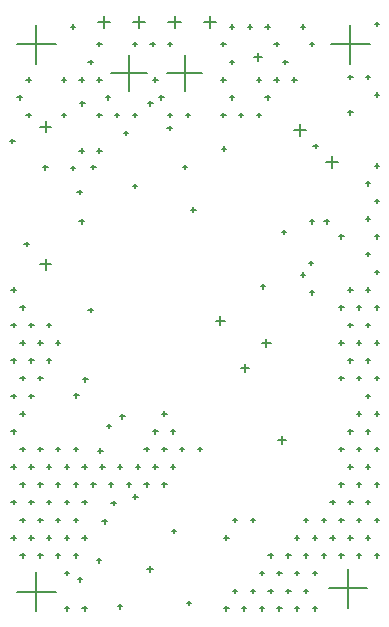
<source format=gbr>
%TF.GenerationSoftware,Altium Limited,Altium Designer,18.1.9 (240)*%
G04 Layer_Color=128*
%FSLAX26Y26*%
%MOIN*%
%TF.FileFunction,Drillmap*%
%TF.Part,Single*%
G01*
G75*
%TA.AperFunction,NonConductor*%
%ADD105C,0.005000*%
D105*
X549667Y1852882D02*
X667777D01*
X608722Y1793827D02*
Y1911937D01*
X362659Y1852882D02*
X484706D01*
X423683Y1791858D02*
Y1913906D01*
X673289Y2022961D02*
X713446D01*
X693367Y2002882D02*
Y2043039D01*
X555179Y2022961D02*
X595336D01*
X575257Y2002882D02*
Y2043039D01*
X437068Y2022961D02*
X477226D01*
X457147Y2002882D02*
Y2043039D01*
X318958Y2022961D02*
X359115D01*
X339037Y2002882D02*
Y2043039D01*
X127864Y1674213D02*
X163297D01*
X145581Y1656496D02*
Y1691929D01*
X127864Y1215551D02*
X163297D01*
X145581Y1197835D02*
Y1233268D01*
X1096457Y1948819D02*
X1226378D01*
X1161417Y1883858D02*
Y2013780D01*
X49213Y1948819D02*
X179134D01*
X114173Y1883858D02*
Y2013780D01*
X1088583Y136134D02*
X1218504D01*
X1153543Y71174D02*
Y201095D01*
X49213Y123478D02*
X179134D01*
X114173Y58517D02*
Y188438D01*
X973569Y1663269D02*
X1012939D01*
X993254Y1643584D02*
Y1682954D01*
X1079635Y1557203D02*
X1119005D01*
X1099320Y1537518D02*
Y1576888D01*
X394339Y708661D02*
X409339D01*
X401839Y701161D02*
Y716161D01*
X386201Y74803D02*
X401201D01*
X393701Y67303D02*
Y82303D01*
X1242500Y2016811D02*
X1257500D01*
X1250000Y2009311D02*
Y2024311D01*
X1212972Y1839645D02*
X1227972D01*
X1220472Y1832145D02*
Y1847145D01*
X1242500Y1780590D02*
X1257500D01*
X1250000Y1773090D02*
Y1788090D01*
X1242500Y1544370D02*
X1257500D01*
X1250000Y1536870D02*
Y1551870D01*
X1212972Y1485315D02*
X1227972D01*
X1220472Y1477815D02*
Y1492815D01*
X1242500Y1426259D02*
X1257500D01*
X1250000Y1418759D02*
Y1433759D01*
X1212972Y1367204D02*
X1227972D01*
X1220472Y1359704D02*
Y1374704D01*
X1242500Y1308149D02*
X1257500D01*
X1250000Y1300649D02*
Y1315649D01*
X1212972Y1249094D02*
X1227972D01*
X1220472Y1241594D02*
Y1256594D01*
X1242500Y1190039D02*
X1257500D01*
X1250000Y1182539D02*
Y1197539D01*
X1212972Y1130984D02*
X1227972D01*
X1220472Y1123484D02*
Y1138484D01*
X1242500Y1071929D02*
X1257500D01*
X1250000Y1064429D02*
Y1079429D01*
X1212972Y1012874D02*
X1227972D01*
X1220472Y1005374D02*
Y1020374D01*
X1242500Y953819D02*
X1257500D01*
X1250000Y946319D02*
Y961319D01*
X1212972Y894764D02*
X1227972D01*
X1220472Y887264D02*
Y902264D01*
X1242500Y835708D02*
X1257500D01*
X1250000Y828208D02*
Y843208D01*
X1212972Y776653D02*
X1227972D01*
X1220472Y769153D02*
Y784153D01*
X1242500Y717598D02*
X1257500D01*
X1250000Y710098D02*
Y725098D01*
X1212972Y658543D02*
X1227972D01*
X1220472Y651043D02*
Y666043D01*
X1242500Y599488D02*
X1257500D01*
X1250000Y591988D02*
Y606988D01*
X1212972Y540433D02*
X1227972D01*
X1220472Y532933D02*
Y547933D01*
X1242500Y481378D02*
X1257500D01*
X1250000Y473878D02*
Y488878D01*
X1212972Y422323D02*
X1227972D01*
X1220472Y414823D02*
Y429823D01*
X1242500Y363268D02*
X1257500D01*
X1250000Y355768D02*
Y370768D01*
X1212972Y304213D02*
X1227972D01*
X1220472Y296713D02*
Y311713D01*
X1242500Y245157D02*
X1257500D01*
X1250000Y237657D02*
Y252657D01*
X1153917Y1839645D02*
X1168917D01*
X1161417Y1832145D02*
Y1847145D01*
X1153917Y1721535D02*
X1168917D01*
X1161417Y1714035D02*
Y1729035D01*
X1153917Y1130984D02*
X1168917D01*
X1161417Y1123484D02*
Y1138484D01*
X1183445Y1071929D02*
X1198445D01*
X1190945Y1064429D02*
Y1079429D01*
X1153917Y1012874D02*
X1168917D01*
X1161417Y1005374D02*
Y1020374D01*
X1183445Y953819D02*
X1198445D01*
X1190945Y946319D02*
Y961319D01*
X1153917Y894764D02*
X1168917D01*
X1161417Y887264D02*
Y902264D01*
X1183445Y835708D02*
X1198445D01*
X1190945Y828208D02*
Y843208D01*
X1183445Y717598D02*
X1198445D01*
X1190945Y710098D02*
Y725098D01*
X1153917Y658543D02*
X1168917D01*
X1161417Y651043D02*
Y666043D01*
X1183445Y599488D02*
X1198445D01*
X1190945Y591988D02*
Y606988D01*
X1153917Y540433D02*
X1168917D01*
X1161417Y532933D02*
Y547933D01*
X1183445Y481378D02*
X1198445D01*
X1190945Y473878D02*
Y488878D01*
X1153917Y422323D02*
X1168917D01*
X1161417Y414823D02*
Y429823D01*
X1183445Y363268D02*
X1198445D01*
X1190945Y355768D02*
Y370768D01*
X1153917Y304213D02*
X1168917D01*
X1161417Y296713D02*
Y311713D01*
X1183445Y245157D02*
X1198445D01*
X1190945Y237657D02*
Y252657D01*
X1124389Y1308149D02*
X1139389D01*
X1131889Y1300649D02*
Y1315649D01*
X1124389Y1071929D02*
X1139389D01*
X1131889Y1064429D02*
Y1079429D01*
X1124389Y953819D02*
X1139389D01*
X1131889Y946319D02*
Y961319D01*
X1124389Y835708D02*
X1139389D01*
X1131889Y828208D02*
Y843208D01*
X1124389Y599488D02*
X1139389D01*
X1131889Y591988D02*
Y606988D01*
X1124389Y481378D02*
X1139389D01*
X1131889Y473878D02*
Y488878D01*
X1094862Y422323D02*
X1109862D01*
X1102362Y414823D02*
Y429823D01*
X1124389Y363268D02*
X1139389D01*
X1131889Y355768D02*
Y370768D01*
X1094862Y304213D02*
X1109862D01*
X1102362Y296713D02*
Y311713D01*
X1124389Y245157D02*
X1139389D01*
X1131889Y237657D02*
Y252657D01*
X1065334Y363268D02*
X1080334D01*
X1072834Y355768D02*
Y370768D01*
X1035807Y304213D02*
X1050807D01*
X1043307Y296713D02*
Y311713D01*
X1065334Y245157D02*
X1080334D01*
X1072834Y237657D02*
Y252657D01*
X1035807Y186102D02*
X1050807D01*
X1043307Y178602D02*
Y193602D01*
X1035807Y67992D02*
X1050807D01*
X1043307Y60492D02*
Y75492D01*
X1006279Y363268D02*
X1021279D01*
X1013779Y355768D02*
Y370768D01*
X976752Y304213D02*
X991752D01*
X984252Y296713D02*
Y311713D01*
X1006279Y245157D02*
X1021279D01*
X1013779Y237657D02*
Y252657D01*
X976752Y186102D02*
X991752D01*
X984252Y178602D02*
Y193602D01*
X1006279Y127047D02*
X1021279D01*
X1013779Y119547D02*
Y134547D01*
X976752Y67992D02*
X991752D01*
X984252Y60492D02*
Y75492D01*
X947224Y245157D02*
X962224D01*
X954724Y237657D02*
Y252657D01*
X917697Y186102D02*
X932697D01*
X925197Y178602D02*
Y193602D01*
X947224Y127047D02*
X962224D01*
X954724Y119547D02*
Y134547D01*
X917697Y67992D02*
X932697D01*
X925197Y60492D02*
Y75492D01*
X888169Y245157D02*
X903169D01*
X895669Y237657D02*
Y252657D01*
X858641Y186102D02*
X873641D01*
X866141Y178602D02*
Y193602D01*
X888169Y127047D02*
X903169D01*
X895669Y119547D02*
Y134547D01*
X858641Y67992D02*
X873641D01*
X866141Y60492D02*
Y75492D01*
X829114Y363268D02*
X844114D01*
X836614Y355768D02*
Y370768D01*
X829114Y127047D02*
X844114D01*
X836614Y119547D02*
Y134547D01*
X799586Y67992D02*
X814586D01*
X807086Y60492D02*
Y75492D01*
X770059Y363268D02*
X785059D01*
X777559Y355768D02*
Y370768D01*
X740531Y304213D02*
X755531D01*
X748031Y296713D02*
Y311713D01*
X770059Y127047D02*
X785059D01*
X777559Y119547D02*
Y134547D01*
X740531Y67992D02*
X755531D01*
X748031Y60492D02*
Y75492D01*
X651949Y599488D02*
X666949D01*
X659449Y591988D02*
Y606988D01*
X563366Y658543D02*
X578366D01*
X570866Y651043D02*
Y666043D01*
X592894Y599488D02*
X607894D01*
X600394Y591988D02*
Y606988D01*
X563366Y540433D02*
X578366D01*
X570866Y532933D02*
Y547933D01*
X533838Y717598D02*
X548838D01*
X541338Y710098D02*
Y725098D01*
X504311Y658543D02*
X519311D01*
X511811Y651043D02*
Y666043D01*
X533838Y599488D02*
X548838D01*
X541338Y591988D02*
Y606988D01*
X504311Y540433D02*
X519311D01*
X511811Y532933D02*
Y547933D01*
X533838Y481378D02*
X548838D01*
X541338Y473878D02*
Y488878D01*
X474783Y599488D02*
X489783D01*
X482283Y591988D02*
Y606988D01*
X445256Y540433D02*
X460256D01*
X452756Y532933D02*
Y547933D01*
X474783Y481378D02*
X489783D01*
X482283Y473878D02*
Y488878D01*
X386201Y540433D02*
X401201D01*
X393701Y532933D02*
Y547933D01*
X415728Y481378D02*
X430728D01*
X423228Y473878D02*
Y488878D01*
X327146Y540433D02*
X342146D01*
X334646Y532933D02*
Y547933D01*
X356673Y481378D02*
X371673D01*
X364173Y473878D02*
Y488878D01*
X268091Y540433D02*
X283091D01*
X275591Y532933D02*
Y547933D01*
X297618Y481378D02*
X312618D01*
X305118Y473878D02*
Y488878D01*
X268091Y422323D02*
X283091D01*
X275591Y414823D02*
Y429823D01*
X268091Y304213D02*
X283091D01*
X275591Y296713D02*
Y311713D01*
X268091Y67992D02*
X283091D01*
X275591Y60492D02*
Y75492D01*
X238563Y599488D02*
X253563D01*
X246063Y591988D02*
Y606988D01*
X209035Y540433D02*
X224035D01*
X216535Y532933D02*
Y547933D01*
X238563Y481378D02*
X253563D01*
X246063Y473878D02*
Y488878D01*
X209035Y422323D02*
X224035D01*
X216535Y414823D02*
Y429823D01*
X238563Y363268D02*
X253563D01*
X246063Y355768D02*
Y370768D01*
X209035Y304213D02*
X224035D01*
X216535Y296713D02*
Y311713D01*
X238563Y245157D02*
X253563D01*
X246063Y237657D02*
Y252657D01*
X209035Y186102D02*
X224035D01*
X216535Y178602D02*
Y193602D01*
X209035Y67992D02*
X224035D01*
X216535Y60492D02*
Y75492D01*
X149980Y1012874D02*
X164980D01*
X157480Y1005374D02*
Y1020374D01*
X179508Y953819D02*
X194508D01*
X187008Y946319D02*
Y961319D01*
X149980Y894764D02*
X164980D01*
X157480Y887264D02*
Y902264D01*
X179508Y599488D02*
X194508D01*
X187008Y591988D02*
Y606988D01*
X149980Y540433D02*
X164980D01*
X157480Y532933D02*
Y547933D01*
X179508Y481378D02*
X194508D01*
X187008Y473878D02*
Y488878D01*
X149980Y422323D02*
X164980D01*
X157480Y414823D02*
Y429823D01*
X179508Y363268D02*
X194508D01*
X187008Y355768D02*
Y370768D01*
X149980Y304213D02*
X164980D01*
X157480Y296713D02*
Y311713D01*
X179508Y245157D02*
X194508D01*
X187008Y237657D02*
Y252657D01*
X90925Y1012874D02*
X105925D01*
X98425Y1005374D02*
Y1020374D01*
X120453Y953819D02*
X135453D01*
X127953Y946319D02*
Y961319D01*
X90925Y894764D02*
X105925D01*
X98425Y887264D02*
Y902264D01*
X120453Y835708D02*
X135453D01*
X127953Y828208D02*
Y843208D01*
X90925Y776653D02*
X105925D01*
X98425Y769153D02*
Y784153D01*
X120453Y599488D02*
X135453D01*
X127953Y591988D02*
Y606988D01*
X90925Y540433D02*
X105925D01*
X98425Y532933D02*
Y547933D01*
X120453Y481378D02*
X135453D01*
X127953Y473878D02*
Y488878D01*
X90925Y422323D02*
X105925D01*
X98425Y414823D02*
Y429823D01*
X120453Y363268D02*
X135453D01*
X127953Y355768D02*
Y370768D01*
X90925Y304213D02*
X105925D01*
X98425Y296713D02*
Y311713D01*
X120453Y245157D02*
X135453D01*
X127953Y237657D02*
Y252657D01*
X31870Y1130984D02*
X46870D01*
X39370Y1123484D02*
Y1138484D01*
X61398Y1071929D02*
X76398D01*
X68898Y1064429D02*
Y1079429D01*
X31870Y1012874D02*
X46870D01*
X39370Y1005374D02*
Y1020374D01*
X61398Y953819D02*
X76398D01*
X68898Y946319D02*
Y961319D01*
X31870Y894764D02*
X46870D01*
X39370Y887264D02*
Y902264D01*
X61398Y835708D02*
X76398D01*
X68898Y828208D02*
Y843208D01*
X31870Y776653D02*
X46870D01*
X39370Y769153D02*
Y784153D01*
X61398Y717598D02*
X76398D01*
X68898Y710098D02*
Y725098D01*
X31870Y658543D02*
X46870D01*
X39370Y651043D02*
Y666043D01*
X61398Y599488D02*
X76398D01*
X68898Y591988D02*
Y606988D01*
X31870Y540433D02*
X46870D01*
X39370Y532933D02*
Y547933D01*
X61398Y481378D02*
X76398D01*
X68898Y473878D02*
Y488878D01*
X31870Y422323D02*
X46870D01*
X39370Y414823D02*
Y429823D01*
X61398Y363268D02*
X76398D01*
X68898Y355768D02*
Y370768D01*
X31870Y304213D02*
X46870D01*
X39370Y296713D02*
Y311713D01*
X61398Y245157D02*
X76398D01*
X68898Y237657D02*
Y252657D01*
X349224Y676478D02*
X364224D01*
X356724Y668978D02*
Y683978D01*
X271027Y831771D02*
X286027D01*
X278527Y824271D02*
Y839271D01*
X320258Y594488D02*
X335258D01*
X327758Y586988D02*
Y601988D01*
X240397Y778304D02*
X255397D01*
X247897Y770804D02*
Y785804D01*
X504310Y1830705D02*
X519310D01*
X511810Y1823205D02*
Y1838205D01*
X482126Y200787D02*
X502126D01*
X492126Y190787D02*
Y210787D01*
X565335Y326772D02*
X580335D01*
X572835Y319272D02*
Y334272D01*
X75177Y1283465D02*
X90177D01*
X82677Y1275965D02*
Y1290965D01*
X732658Y1600472D02*
X747658D01*
X740158Y1592972D02*
Y1607972D01*
X848799Y1712598D02*
X863799D01*
X856299Y1705098D02*
Y1720098D01*
X335019Y358267D02*
X350019D01*
X342519Y350767D02*
Y365767D01*
X1025964Y1358267D02*
X1040964D01*
X1033464Y1350767D02*
Y1365767D01*
X553523Y1712598D02*
X568523D01*
X561023Y1705098D02*
Y1720098D01*
X630294Y1397635D02*
X645294D01*
X637794Y1390135D02*
Y1405135D01*
X862579Y1141732D02*
X877579D01*
X870079Y1134232D02*
Y1149232D01*
X1075177Y1358268D02*
X1090177D01*
X1082677Y1350768D02*
Y1365768D01*
X551555Y1669291D02*
X566555D01*
X559055Y1661791D02*
Y1676791D01*
X996437Y2007873D02*
X1011437D01*
X1003937Y2000373D02*
Y2015373D01*
X1025964Y1948818D02*
X1040964D01*
X1033464Y1941318D02*
Y1956318D01*
X996437Y1181102D02*
X1011437D01*
X1003937Y1173602D02*
Y1188602D01*
X1025964Y1122047D02*
X1040964D01*
X1033464Y1114547D02*
Y1129547D01*
X937382Y1889763D02*
X952382D01*
X944882Y1882263D02*
Y1897263D01*
X966909Y1830708D02*
X981909D01*
X974409Y1823208D02*
Y1838208D01*
X878327Y2007873D02*
X893327D01*
X885827Y2000373D02*
Y2015373D01*
X907854Y1948818D02*
X922854D01*
X915354Y1941318D02*
Y1956318D01*
X907854Y1830708D02*
X922854D01*
X915354Y1823208D02*
Y1838208D01*
X878327Y1771653D02*
X893327D01*
X885827Y1764153D02*
Y1779153D01*
X819271Y2007873D02*
X834271D01*
X826771Y2000373D02*
Y2015373D01*
X848799Y1830708D02*
X863799D01*
X856299Y1823208D02*
Y1838208D01*
X760216Y2007873D02*
X775216D01*
X767716Y2000373D02*
Y2015373D01*
X760216Y1889763D02*
X775216D01*
X767716Y1882263D02*
Y1897263D01*
X760216Y1771653D02*
X775216D01*
X767716Y1764153D02*
Y1779153D01*
X789744Y1712598D02*
X804744D01*
X797244Y1705098D02*
Y1720098D01*
X730689Y1948818D02*
X745689D01*
X738189Y1941318D02*
Y1956318D01*
X730689Y1830708D02*
X745689D01*
X738189Y1823208D02*
Y1838208D01*
X730689Y1712598D02*
X745689D01*
X738189Y1705098D02*
Y1720098D01*
X612578Y1712598D02*
X627578D01*
X620078Y1705098D02*
Y1720098D01*
X553523Y1948818D02*
X568523D01*
X561023Y1941318D02*
Y1956318D01*
X523996Y1771653D02*
X538996D01*
X531496Y1764153D02*
Y1779153D01*
X494468Y1948818D02*
X509468D01*
X501968Y1941318D02*
Y1956318D01*
X435413Y1948818D02*
X450413D01*
X442913Y1941318D02*
Y1956318D01*
X435413Y1712598D02*
X450413D01*
X442913Y1705098D02*
Y1720098D01*
X405886Y1653543D02*
X420886D01*
X413386Y1646043D02*
Y1661043D01*
X435413Y1476378D02*
X450413D01*
X442913Y1468878D02*
Y1483878D01*
X346831Y1771653D02*
X361831D01*
X354331Y1764153D02*
Y1779153D01*
X376358Y1712598D02*
X391358D01*
X383858Y1705098D02*
Y1720098D01*
X317303Y1948818D02*
X332303D01*
X324803Y1941318D02*
Y1956318D01*
X287776Y1889763D02*
X302776D01*
X295276Y1882263D02*
Y1897263D01*
X317303Y1830708D02*
X332303D01*
X324803Y1823208D02*
Y1838208D01*
X317303Y1712598D02*
X332303D01*
X324803Y1705098D02*
Y1720098D01*
X317303Y1594488D02*
X332303D01*
X324803Y1586988D02*
Y1601988D01*
X287776Y1062992D02*
X302776D01*
X295276Y1055492D02*
Y1070492D01*
X228720Y2007873D02*
X243720D01*
X236220Y2000373D02*
Y2015373D01*
X258248Y1830708D02*
X273248D01*
X265748Y1823208D02*
Y1838208D01*
X258248Y1594488D02*
X273248D01*
X265748Y1586988D02*
Y1601988D01*
X228720Y1535433D02*
X243720D01*
X236220Y1527933D02*
Y1542933D01*
X258248Y1358267D02*
X273248D01*
X265748Y1350767D02*
Y1365767D01*
X199193Y1830708D02*
X214193D01*
X206693Y1823208D02*
Y1838208D01*
X199193Y1712598D02*
X214193D01*
X206693Y1705098D02*
Y1720098D01*
X81083Y1830708D02*
X96083D01*
X88583Y1823208D02*
Y1838208D01*
X51555Y1771653D02*
X66555D01*
X59055Y1764153D02*
Y1779153D01*
X81083Y1712598D02*
X96083D01*
X88583Y1705098D02*
Y1720098D01*
X251385Y1456032D02*
X266385D01*
X258885Y1448532D02*
Y1463532D01*
X137123Y1538435D02*
X152123D01*
X144623Y1530935D02*
Y1545935D01*
X932488Y1322144D02*
X947488D01*
X939988Y1314644D02*
Y1329644D01*
X1023039Y1219378D02*
X1038039D01*
X1030539Y1211878D02*
Y1226878D01*
X839068Y1905512D02*
X867068D01*
X853068Y1891512D02*
Y1919512D01*
X487461Y1751968D02*
X502461D01*
X494961Y1744468D02*
Y1759468D01*
X26976Y1626661D02*
X41976D01*
X34476Y1619161D02*
Y1634161D01*
X260243Y1751968D02*
X275243D01*
X267743Y1744468D02*
Y1759468D01*
X1037830Y1610236D02*
X1052830D01*
X1045330Y1602736D02*
Y1617736D01*
X714346Y1027559D02*
X742346D01*
X728346Y1013559D02*
Y1041559D01*
X797024Y870079D02*
X825024D01*
X811024Y856079D02*
Y884079D01*
X867890Y952756D02*
X895890D01*
X881890Y938756D02*
Y966756D01*
X919071Y629921D02*
X947071D01*
X933071Y615921D02*
Y643921D01*
X252343Y165354D02*
X267342D01*
X259842Y157854D02*
Y172854D01*
X315335Y228346D02*
X330335D01*
X322835Y220846D02*
Y235846D01*
X437382Y440945D02*
X452382D01*
X444882Y433445D02*
Y448445D01*
X364419Y419045D02*
X379419D01*
X371919Y411545D02*
Y426545D01*
X615907Y86614D02*
X630907D01*
X623407Y79114D02*
Y94114D01*
X297618Y1539370D02*
X312618D01*
X305118Y1531870D02*
Y1546870D01*
X602736Y1539370D02*
X617736D01*
X610236Y1531870D02*
Y1546870D01*
%TF.MD5,02cbfd32fb75f0a05695307141c796a3*%
M02*

</source>
